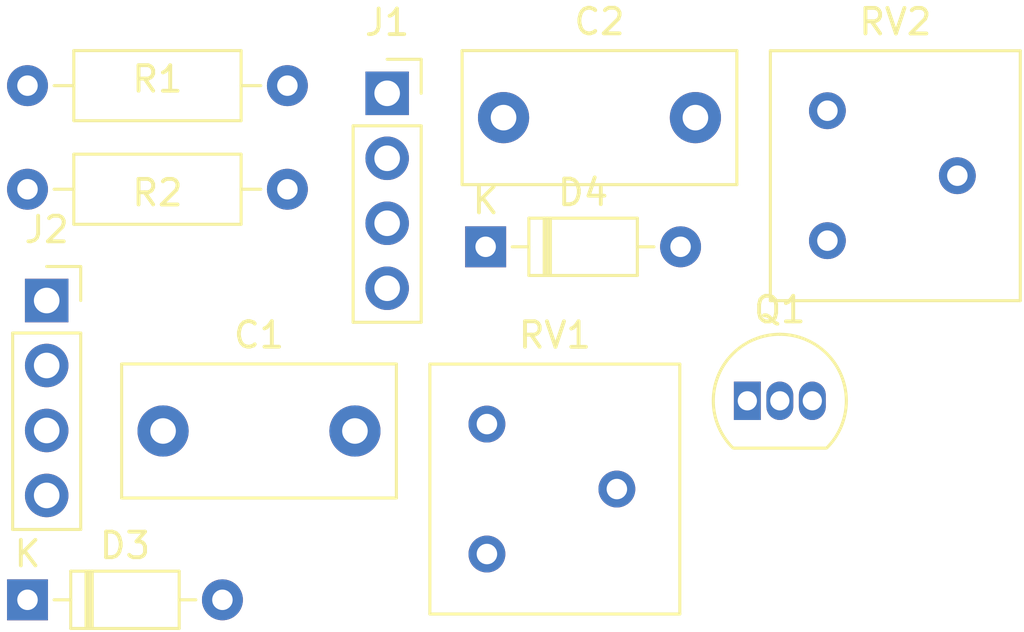
<source format=kicad_pcb>
(kicad_pcb (version 20171130) (host pcbnew "(5.1.7)-1")

  (general
    (thickness 1.6)
    (drawings 0)
    (tracks 0)
    (zones 0)
    (modules 11)
    (nets 9)
  )

  (page A4)
  (layers
    (0 F.Cu signal)
    (31 B.Cu signal)
    (32 B.Adhes user)
    (33 F.Adhes user)
    (34 B.Paste user)
    (35 F.Paste user)
    (36 B.SilkS user)
    (37 F.SilkS user)
    (38 B.Mask user)
    (39 F.Mask user)
    (40 Dwgs.User user)
    (41 Cmts.User user)
    (42 Eco1.User user)
    (43 Eco2.User user)
    (44 Edge.Cuts user)
    (45 Margin user)
    (46 B.CrtYd user)
    (47 F.CrtYd user)
    (48 B.Fab user)
    (49 F.Fab user hide)
  )

  (setup
    (last_trace_width 0.25)
    (trace_clearance 0.2)
    (zone_clearance 0.508)
    (zone_45_only no)
    (trace_min 0.2)
    (via_size 0.8)
    (via_drill 0.4)
    (via_min_size 0.4)
    (via_min_drill 0.3)
    (uvia_size 0.3)
    (uvia_drill 0.1)
    (uvias_allowed no)
    (uvia_min_size 0.2)
    (uvia_min_drill 0.1)
    (edge_width 0.05)
    (segment_width 0.2)
    (pcb_text_width 0.3)
    (pcb_text_size 1.5 1.5)
    (mod_edge_width 0.12)
    (mod_text_size 1 1)
    (mod_text_width 0.15)
    (pad_size 1.524 1.524)
    (pad_drill 0.762)
    (pad_to_mask_clearance 0)
    (aux_axis_origin 0 0)
    (visible_elements FFFFFF7F)
    (pcbplotparams
      (layerselection 0x010fc_ffffffff)
      (usegerberextensions false)
      (usegerberattributes true)
      (usegerberadvancedattributes true)
      (creategerberjobfile true)
      (excludeedgelayer true)
      (linewidth 0.100000)
      (plotframeref false)
      (viasonmask false)
      (mode 1)
      (useauxorigin false)
      (hpglpennumber 1)
      (hpglpenspeed 20)
      (hpglpendiameter 15.000000)
      (psnegative false)
      (psa4output false)
      (plotreference true)
      (plotvalue true)
      (plotinvisibletext false)
      (padsonsilk false)
      (subtractmaskfromsilk false)
      (outputformat 1)
      (mirror false)
      (drillshape 1)
      (scaleselection 1)
      (outputdirectory ""))
  )

  (net 0 "")
  (net 1 "Net-(C1-Pad1)")
  (net 2 "Net-(C1-Pad2)")
  (net 3 "Net-(C2-Pad2)")
  (net 4 "Net-(C2-Pad1)")
  (net 5 GND)
  (net 6 +9V)
  (net 7 /Input)
  (net 8 /Output)

  (net_class Default "This is the default net class."
    (clearance 0.2)
    (trace_width 0.25)
    (via_dia 0.8)
    (via_drill 0.4)
    (uvia_dia 0.3)
    (uvia_drill 0.1)
    (add_net +9V)
    (add_net /Input)
    (add_net /Output)
    (add_net GND)
    (add_net "Net-(C1-Pad1)")
    (add_net "Net-(C1-Pad2)")
    (add_net "Net-(C2-Pad1)")
    (add_net "Net-(C2-Pad2)")
  )

  (module Capacitor_THT:C_Disc_D10.5mm_W5.0mm_P7.50mm (layer F.Cu) (tedit 5AE50EF0) (tstamp 60642D15)
    (at 121.945001 79.160001)
    (descr "C, Disc series, Radial, pin pitch=7.50mm, , diameter*width=10.5*5.0mm^2, Capacitor, http://www.vishay.com/docs/28535/vy2series.pdf")
    (tags "C Disc series Radial pin pitch 7.50mm  diameter 10.5mm width 5.0mm Capacitor")
    (path /5FA78B75)
    (fp_text reference C1 (at 3.75 -3.75) (layer F.SilkS)
      (effects (font (size 1 1) (thickness 0.15)))
    )
    (fp_text value 0.1uF (at 3.75 3.75) (layer F.Fab)
      (effects (font (size 1 1) (thickness 0.15)))
    )
    (fp_line (start 9.25 -2.75) (end -1.75 -2.75) (layer F.CrtYd) (width 0.05))
    (fp_line (start 9.25 2.75) (end 9.25 -2.75) (layer F.CrtYd) (width 0.05))
    (fp_line (start -1.75 2.75) (end 9.25 2.75) (layer F.CrtYd) (width 0.05))
    (fp_line (start -1.75 -2.75) (end -1.75 2.75) (layer F.CrtYd) (width 0.05))
    (fp_line (start 9.12 -2.62) (end 9.12 2.62) (layer F.SilkS) (width 0.12))
    (fp_line (start -1.62 -2.62) (end -1.62 2.62) (layer F.SilkS) (width 0.12))
    (fp_line (start -1.62 2.62) (end 9.12 2.62) (layer F.SilkS) (width 0.12))
    (fp_line (start -1.62 -2.62) (end 9.12 -2.62) (layer F.SilkS) (width 0.12))
    (fp_line (start 9 -2.5) (end -1.5 -2.5) (layer F.Fab) (width 0.1))
    (fp_line (start 9 2.5) (end 9 -2.5) (layer F.Fab) (width 0.1))
    (fp_line (start -1.5 2.5) (end 9 2.5) (layer F.Fab) (width 0.1))
    (fp_line (start -1.5 -2.5) (end -1.5 2.5) (layer F.Fab) (width 0.1))
    (fp_text user %R (at 3.75 0) (layer F.Fab)
      (effects (font (size 1 1) (thickness 0.15)))
    )
    (pad 1 thru_hole circle (at 0 0) (size 2 2) (drill 1) (layers *.Cu *.Mask)
      (net 1 "Net-(C1-Pad1)"))
    (pad 2 thru_hole circle (at 7.5 0) (size 2 2) (drill 1) (layers *.Cu *.Mask)
      (net 2 "Net-(C1-Pad2)"))
    (model ${KISYS3DMOD}/Capacitor_THT.3dshapes/C_Disc_D10.5mm_W5.0mm_P7.50mm.wrl
      (at (xyz 0 0 0))
      (scale (xyz 1 1 1))
      (rotate (xyz 0 0 0))
    )
  )

  (module Capacitor_THT:C_Disc_D10.5mm_W5.0mm_P7.50mm (layer F.Cu) (tedit 5AE50EF0) (tstamp 60642D28)
    (at 135.255001 66.910001)
    (descr "C, Disc series, Radial, pin pitch=7.50mm, , diameter*width=10.5*5.0mm^2, Capacitor, http://www.vishay.com/docs/28535/vy2series.pdf")
    (tags "C Disc series Radial pin pitch 7.50mm  diameter 10.5mm width 5.0mm Capacitor")
    (path /5FA8902A)
    (fp_text reference C2 (at 3.75 -3.75) (layer F.SilkS)
      (effects (font (size 1 1) (thickness 0.15)))
    )
    (fp_text value 0.1uF (at 3.75 3.75) (layer F.Fab)
      (effects (font (size 1 1) (thickness 0.15)))
    )
    (fp_text user %R (at 3.75 0) (layer F.Fab)
      (effects (font (size 1 1) (thickness 0.15)))
    )
    (fp_line (start -1.5 -2.5) (end -1.5 2.5) (layer F.Fab) (width 0.1))
    (fp_line (start -1.5 2.5) (end 9 2.5) (layer F.Fab) (width 0.1))
    (fp_line (start 9 2.5) (end 9 -2.5) (layer F.Fab) (width 0.1))
    (fp_line (start 9 -2.5) (end -1.5 -2.5) (layer F.Fab) (width 0.1))
    (fp_line (start -1.62 -2.62) (end 9.12 -2.62) (layer F.SilkS) (width 0.12))
    (fp_line (start -1.62 2.62) (end 9.12 2.62) (layer F.SilkS) (width 0.12))
    (fp_line (start -1.62 -2.62) (end -1.62 2.62) (layer F.SilkS) (width 0.12))
    (fp_line (start 9.12 -2.62) (end 9.12 2.62) (layer F.SilkS) (width 0.12))
    (fp_line (start -1.75 -2.75) (end -1.75 2.75) (layer F.CrtYd) (width 0.05))
    (fp_line (start -1.75 2.75) (end 9.25 2.75) (layer F.CrtYd) (width 0.05))
    (fp_line (start 9.25 2.75) (end 9.25 -2.75) (layer F.CrtYd) (width 0.05))
    (fp_line (start 9.25 -2.75) (end -1.75 -2.75) (layer F.CrtYd) (width 0.05))
    (pad 2 thru_hole circle (at 7.5 0) (size 2 2) (drill 1) (layers *.Cu *.Mask)
      (net 3 "Net-(C2-Pad2)"))
    (pad 1 thru_hole circle (at 0 0) (size 2 2) (drill 1) (layers *.Cu *.Mask)
      (net 4 "Net-(C2-Pad1)"))
    (model ${KISYS3DMOD}/Capacitor_THT.3dshapes/C_Disc_D10.5mm_W5.0mm_P7.50mm.wrl
      (at (xyz 0 0 0))
      (scale (xyz 1 1 1))
      (rotate (xyz 0 0 0))
    )
  )

  (module Diode_THT:D_DO-35_SOD27_P7.62mm_Horizontal (layer F.Cu) (tedit 5AE50CD5) (tstamp 60642D47)
    (at 116.645001 85.760001)
    (descr "Diode, DO-35_SOD27 series, Axial, Horizontal, pin pitch=7.62mm, , length*diameter=4*2mm^2, , http://www.diodes.com/_files/packages/DO-35.pdf")
    (tags "Diode DO-35_SOD27 series Axial Horizontal pin pitch 7.62mm  length 4mm diameter 2mm")
    (path /5FD8F897)
    (fp_text reference D3 (at 3.81 -2.12) (layer F.SilkS)
      (effects (font (size 1 1) (thickness 0.15)))
    )
    (fp_text value 1N4148 (at 3.81 2.12) (layer F.Fab)
      (effects (font (size 1 1) (thickness 0.15)))
    )
    (fp_line (start 8.67 -1.25) (end -1.05 -1.25) (layer F.CrtYd) (width 0.05))
    (fp_line (start 8.67 1.25) (end 8.67 -1.25) (layer F.CrtYd) (width 0.05))
    (fp_line (start -1.05 1.25) (end 8.67 1.25) (layer F.CrtYd) (width 0.05))
    (fp_line (start -1.05 -1.25) (end -1.05 1.25) (layer F.CrtYd) (width 0.05))
    (fp_line (start 2.29 -1.12) (end 2.29 1.12) (layer F.SilkS) (width 0.12))
    (fp_line (start 2.53 -1.12) (end 2.53 1.12) (layer F.SilkS) (width 0.12))
    (fp_line (start 2.41 -1.12) (end 2.41 1.12) (layer F.SilkS) (width 0.12))
    (fp_line (start 6.58 0) (end 5.93 0) (layer F.SilkS) (width 0.12))
    (fp_line (start 1.04 0) (end 1.69 0) (layer F.SilkS) (width 0.12))
    (fp_line (start 5.93 -1.12) (end 1.69 -1.12) (layer F.SilkS) (width 0.12))
    (fp_line (start 5.93 1.12) (end 5.93 -1.12) (layer F.SilkS) (width 0.12))
    (fp_line (start 1.69 1.12) (end 5.93 1.12) (layer F.SilkS) (width 0.12))
    (fp_line (start 1.69 -1.12) (end 1.69 1.12) (layer F.SilkS) (width 0.12))
    (fp_line (start 2.31 -1) (end 2.31 1) (layer F.Fab) (width 0.1))
    (fp_line (start 2.51 -1) (end 2.51 1) (layer F.Fab) (width 0.1))
    (fp_line (start 2.41 -1) (end 2.41 1) (layer F.Fab) (width 0.1))
    (fp_line (start 7.62 0) (end 5.81 0) (layer F.Fab) (width 0.1))
    (fp_line (start 0 0) (end 1.81 0) (layer F.Fab) (width 0.1))
    (fp_line (start 5.81 -1) (end 1.81 -1) (layer F.Fab) (width 0.1))
    (fp_line (start 5.81 1) (end 5.81 -1) (layer F.Fab) (width 0.1))
    (fp_line (start 1.81 1) (end 5.81 1) (layer F.Fab) (width 0.1))
    (fp_line (start 1.81 -1) (end 1.81 1) (layer F.Fab) (width 0.1))
    (fp_text user %R (at 4.11 0) (layer F.Fab)
      (effects (font (size 0.8 0.8) (thickness 0.12)))
    )
    (fp_text user K (at 0 -1.8) (layer F.Fab)
      (effects (font (size 1 1) (thickness 0.15)))
    )
    (fp_text user K (at 0 -1.8) (layer F.SilkS)
      (effects (font (size 1 1) (thickness 0.15)))
    )
    (pad 1 thru_hole rect (at 0 0) (size 1.6 1.6) (drill 0.8) (layers *.Cu *.Mask)
      (net 4 "Net-(C2-Pad1)"))
    (pad 2 thru_hole oval (at 7.62 0) (size 1.6 1.6) (drill 0.8) (layers *.Cu *.Mask)
      (net 5 GND))
    (model ${KISYS3DMOD}/Diode_THT.3dshapes/D_DO-35_SOD27_P7.62mm_Horizontal.wrl
      (at (xyz 0 0 0))
      (scale (xyz 1 1 1))
      (rotate (xyz 0 0 0))
    )
  )

  (module Diode_THT:D_DO-35_SOD27_P7.62mm_Horizontal (layer F.Cu) (tedit 5AE50CD5) (tstamp 60642D66)
    (at 134.555001 71.960001)
    (descr "Diode, DO-35_SOD27 series, Axial, Horizontal, pin pitch=7.62mm, , length*diameter=4*2mm^2, , http://www.diodes.com/_files/packages/DO-35.pdf")
    (tags "Diode DO-35_SOD27 series Axial Horizontal pin pitch 7.62mm  length 4mm diameter 2mm")
    (path /5FD91CD5)
    (fp_text reference D4 (at 3.81 -2.12) (layer F.SilkS)
      (effects (font (size 1 1) (thickness 0.15)))
    )
    (fp_text value 1N4148 (at 3.81 2.12) (layer F.Fab)
      (effects (font (size 1 1) (thickness 0.15)))
    )
    (fp_text user K (at 0 -1.8) (layer F.SilkS)
      (effects (font (size 1 1) (thickness 0.15)))
    )
    (fp_text user K (at 0 -1.8) (layer F.Fab)
      (effects (font (size 1 1) (thickness 0.15)))
    )
    (fp_text user %R (at 4.11 0) (layer F.Fab)
      (effects (font (size 0.8 0.8) (thickness 0.12)))
    )
    (fp_line (start 1.81 -1) (end 1.81 1) (layer F.Fab) (width 0.1))
    (fp_line (start 1.81 1) (end 5.81 1) (layer F.Fab) (width 0.1))
    (fp_line (start 5.81 1) (end 5.81 -1) (layer F.Fab) (width 0.1))
    (fp_line (start 5.81 -1) (end 1.81 -1) (layer F.Fab) (width 0.1))
    (fp_line (start 0 0) (end 1.81 0) (layer F.Fab) (width 0.1))
    (fp_line (start 7.62 0) (end 5.81 0) (layer F.Fab) (width 0.1))
    (fp_line (start 2.41 -1) (end 2.41 1) (layer F.Fab) (width 0.1))
    (fp_line (start 2.51 -1) (end 2.51 1) (layer F.Fab) (width 0.1))
    (fp_line (start 2.31 -1) (end 2.31 1) (layer F.Fab) (width 0.1))
    (fp_line (start 1.69 -1.12) (end 1.69 1.12) (layer F.SilkS) (width 0.12))
    (fp_line (start 1.69 1.12) (end 5.93 1.12) (layer F.SilkS) (width 0.12))
    (fp_line (start 5.93 1.12) (end 5.93 -1.12) (layer F.SilkS) (width 0.12))
    (fp_line (start 5.93 -1.12) (end 1.69 -1.12) (layer F.SilkS) (width 0.12))
    (fp_line (start 1.04 0) (end 1.69 0) (layer F.SilkS) (width 0.12))
    (fp_line (start 6.58 0) (end 5.93 0) (layer F.SilkS) (width 0.12))
    (fp_line (start 2.41 -1.12) (end 2.41 1.12) (layer F.SilkS) (width 0.12))
    (fp_line (start 2.53 -1.12) (end 2.53 1.12) (layer F.SilkS) (width 0.12))
    (fp_line (start 2.29 -1.12) (end 2.29 1.12) (layer F.SilkS) (width 0.12))
    (fp_line (start -1.05 -1.25) (end -1.05 1.25) (layer F.CrtYd) (width 0.05))
    (fp_line (start -1.05 1.25) (end 8.67 1.25) (layer F.CrtYd) (width 0.05))
    (fp_line (start 8.67 1.25) (end 8.67 -1.25) (layer F.CrtYd) (width 0.05))
    (fp_line (start 8.67 -1.25) (end -1.05 -1.25) (layer F.CrtYd) (width 0.05))
    (pad 2 thru_hole oval (at 7.62 0) (size 1.6 1.6) (drill 0.8) (layers *.Cu *.Mask)
      (net 4 "Net-(C2-Pad1)"))
    (pad 1 thru_hole rect (at 0 0) (size 1.6 1.6) (drill 0.8) (layers *.Cu *.Mask)
      (net 5 GND))
    (model ${KISYS3DMOD}/Diode_THT.3dshapes/D_DO-35_SOD27_P7.62mm_Horizontal.wrl
      (at (xyz 0 0 0))
      (scale (xyz 1 1 1))
      (rotate (xyz 0 0 0))
    )
  )

  (module Connector_PinSocket_2.54mm:PinSocket_1x04_P2.54mm_Vertical (layer F.Cu) (tedit 5A19A429) (tstamp 60642D7E)
    (at 130.705001 65.960001)
    (descr "Through hole straight socket strip, 1x04, 2.54mm pitch, single row (from Kicad 4.0.7), script generated")
    (tags "Through hole socket strip THT 1x04 2.54mm single row")
    (path /6069B234)
    (fp_text reference J1 (at 0 -2.77) (layer F.SilkS)
      (effects (font (size 1 1) (thickness 0.15)))
    )
    (fp_text value ConnLeft (at 0 10.39) (layer F.Fab)
      (effects (font (size 1 1) (thickness 0.15)))
    )
    (fp_text user %R (at 0 3.81 90) (layer F.Fab)
      (effects (font (size 1 1) (thickness 0.15)))
    )
    (fp_line (start -1.27 -1.27) (end 0.635 -1.27) (layer F.Fab) (width 0.1))
    (fp_line (start 0.635 -1.27) (end 1.27 -0.635) (layer F.Fab) (width 0.1))
    (fp_line (start 1.27 -0.635) (end 1.27 8.89) (layer F.Fab) (width 0.1))
    (fp_line (start 1.27 8.89) (end -1.27 8.89) (layer F.Fab) (width 0.1))
    (fp_line (start -1.27 8.89) (end -1.27 -1.27) (layer F.Fab) (width 0.1))
    (fp_line (start -1.33 1.27) (end 1.33 1.27) (layer F.SilkS) (width 0.12))
    (fp_line (start -1.33 1.27) (end -1.33 8.95) (layer F.SilkS) (width 0.12))
    (fp_line (start -1.33 8.95) (end 1.33 8.95) (layer F.SilkS) (width 0.12))
    (fp_line (start 1.33 1.27) (end 1.33 8.95) (layer F.SilkS) (width 0.12))
    (fp_line (start 1.33 -1.33) (end 1.33 0) (layer F.SilkS) (width 0.12))
    (fp_line (start 0 -1.33) (end 1.33 -1.33) (layer F.SilkS) (width 0.12))
    (fp_line (start -1.8 -1.8) (end 1.75 -1.8) (layer F.CrtYd) (width 0.05))
    (fp_line (start 1.75 -1.8) (end 1.75 9.4) (layer F.CrtYd) (width 0.05))
    (fp_line (start 1.75 9.4) (end -1.8 9.4) (layer F.CrtYd) (width 0.05))
    (fp_line (start -1.8 9.4) (end -1.8 -1.8) (layer F.CrtYd) (width 0.05))
    (pad 4 thru_hole oval (at 0 7.62) (size 1.7 1.7) (drill 1) (layers *.Cu *.Mask)
      (net 6 +9V))
    (pad 3 thru_hole oval (at 0 5.08) (size 1.7 1.7) (drill 1) (layers *.Cu *.Mask)
      (net 7 /Input))
    (pad 2 thru_hole oval (at 0 2.54) (size 1.7 1.7) (drill 1) (layers *.Cu *.Mask)
      (net 8 /Output))
    (pad 1 thru_hole rect (at 0 0) (size 1.7 1.7) (drill 1) (layers *.Cu *.Mask)
      (net 5 GND))
    (model ${KISYS3DMOD}/Connector_PinSocket_2.54mm.3dshapes/PinSocket_1x04_P2.54mm_Vertical.wrl
      (at (xyz 0 0 0))
      (scale (xyz 1 1 1))
      (rotate (xyz 0 0 0))
    )
  )

  (module Connector_PinSocket_2.54mm:PinSocket_1x04_P2.54mm_Vertical (layer F.Cu) (tedit 5A19A429) (tstamp 60642D96)
    (at 117.395001 74.060001)
    (descr "Through hole straight socket strip, 1x04, 2.54mm pitch, single row (from Kicad 4.0.7), script generated")
    (tags "Through hole socket strip THT 1x04 2.54mm single row")
    (path /6069BF1A)
    (fp_text reference J2 (at 0 -2.77) (layer F.SilkS)
      (effects (font (size 1 1) (thickness 0.15)))
    )
    (fp_text value ConnRight (at 0 10.39) (layer F.Fab)
      (effects (font (size 1 1) (thickness 0.15)))
    )
    (fp_line (start -1.8 9.4) (end -1.8 -1.8) (layer F.CrtYd) (width 0.05))
    (fp_line (start 1.75 9.4) (end -1.8 9.4) (layer F.CrtYd) (width 0.05))
    (fp_line (start 1.75 -1.8) (end 1.75 9.4) (layer F.CrtYd) (width 0.05))
    (fp_line (start -1.8 -1.8) (end 1.75 -1.8) (layer F.CrtYd) (width 0.05))
    (fp_line (start 0 -1.33) (end 1.33 -1.33) (layer F.SilkS) (width 0.12))
    (fp_line (start 1.33 -1.33) (end 1.33 0) (layer F.SilkS) (width 0.12))
    (fp_line (start 1.33 1.27) (end 1.33 8.95) (layer F.SilkS) (width 0.12))
    (fp_line (start -1.33 8.95) (end 1.33 8.95) (layer F.SilkS) (width 0.12))
    (fp_line (start -1.33 1.27) (end -1.33 8.95) (layer F.SilkS) (width 0.12))
    (fp_line (start -1.33 1.27) (end 1.33 1.27) (layer F.SilkS) (width 0.12))
    (fp_line (start -1.27 8.89) (end -1.27 -1.27) (layer F.Fab) (width 0.1))
    (fp_line (start 1.27 8.89) (end -1.27 8.89) (layer F.Fab) (width 0.1))
    (fp_line (start 1.27 -0.635) (end 1.27 8.89) (layer F.Fab) (width 0.1))
    (fp_line (start 0.635 -1.27) (end 1.27 -0.635) (layer F.Fab) (width 0.1))
    (fp_line (start -1.27 -1.27) (end 0.635 -1.27) (layer F.Fab) (width 0.1))
    (fp_text user %R (at 0 3.81 90) (layer F.Fab)
      (effects (font (size 1 1) (thickness 0.15)))
    )
    (pad 1 thru_hole rect (at 0 0) (size 1.7 1.7) (drill 1) (layers *.Cu *.Mask)
      (net 5 GND))
    (pad 2 thru_hole oval (at 0 2.54) (size 1.7 1.7) (drill 1) (layers *.Cu *.Mask)
      (net 8 /Output))
    (pad 3 thru_hole oval (at 0 5.08) (size 1.7 1.7) (drill 1) (layers *.Cu *.Mask)
      (net 7 /Input))
    (pad 4 thru_hole oval (at 0 7.62) (size 1.7 1.7) (drill 1) (layers *.Cu *.Mask)
      (net 6 +9V))
    (model ${KISYS3DMOD}/Connector_PinSocket_2.54mm.3dshapes/PinSocket_1x04_P2.54mm_Vertical.wrl
      (at (xyz 0 0 0))
      (scale (xyz 1 1 1))
      (rotate (xyz 0 0 0))
    )
  )

  (module Package_TO_SOT_THT:TO-92_Inline (layer F.Cu) (tedit 5A1DD157) (tstamp 60642DA8)
    (at 144.785001 77.980001)
    (descr "TO-92 leads in-line, narrow, oval pads, drill 0.75mm (see NXP sot054_po.pdf)")
    (tags "to-92 sc-43 sc-43a sot54 PA33 transistor")
    (path /5FA86C50)
    (fp_text reference Q1 (at 1.27 -3.56) (layer F.SilkS)
      (effects (font (size 1 1) (thickness 0.15)))
    )
    (fp_text value 2N3904 (at 1.27 2.79) (layer F.Fab)
      (effects (font (size 1 1) (thickness 0.15)))
    )
    (fp_line (start 4 2.01) (end -1.46 2.01) (layer F.CrtYd) (width 0.05))
    (fp_line (start 4 2.01) (end 4 -2.73) (layer F.CrtYd) (width 0.05))
    (fp_line (start -1.46 -2.73) (end -1.46 2.01) (layer F.CrtYd) (width 0.05))
    (fp_line (start -1.46 -2.73) (end 4 -2.73) (layer F.CrtYd) (width 0.05))
    (fp_line (start -0.5 1.75) (end 3 1.75) (layer F.Fab) (width 0.1))
    (fp_line (start -0.53 1.85) (end 3.07 1.85) (layer F.SilkS) (width 0.12))
    (fp_text user %R (at 1.27 0) (layer F.Fab)
      (effects (font (size 1 1) (thickness 0.15)))
    )
    (fp_arc (start 1.27 0) (end 1.27 -2.48) (angle 135) (layer F.Fab) (width 0.1))
    (fp_arc (start 1.27 0) (end 1.27 -2.6) (angle -135) (layer F.SilkS) (width 0.12))
    (fp_arc (start 1.27 0) (end 1.27 -2.48) (angle -135) (layer F.Fab) (width 0.1))
    (fp_arc (start 1.27 0) (end 1.27 -2.6) (angle 135) (layer F.SilkS) (width 0.12))
    (pad 2 thru_hole oval (at 1.27 0) (size 1.05 1.5) (drill 0.75) (layers *.Cu *.Mask)
      (net 1 "Net-(C1-Pad1)"))
    (pad 3 thru_hole oval (at 2.54 0) (size 1.05 1.5) (drill 0.75) (layers *.Cu *.Mask)
      (net 3 "Net-(C2-Pad2)"))
    (pad 1 thru_hole rect (at 0 0) (size 1.05 1.5) (drill 0.75) (layers *.Cu *.Mask)
      (net 5 GND))
    (model ${KISYS3DMOD}/Package_TO_SOT_THT.3dshapes/TO-92_Inline.wrl
      (at (xyz 0 0 0))
      (scale (xyz 1 1 1))
      (rotate (xyz 0 0 0))
    )
  )

  (module Resistor_THT:R_Axial_DIN0207_L6.3mm_D2.5mm_P10.16mm_Horizontal (layer F.Cu) (tedit 5AE5139B) (tstamp 60642DBF)
    (at 116.645001 65.660001)
    (descr "Resistor, Axial_DIN0207 series, Axial, Horizontal, pin pitch=10.16mm, 0.25W = 1/4W, length*diameter=6.3*2.5mm^2, http://cdn-reichelt.de/documents/datenblatt/B400/1_4W%23YAG.pdf")
    (tags "Resistor Axial_DIN0207 series Axial Horizontal pin pitch 10.16mm 0.25W = 1/4W length 6.3mm diameter 2.5mm")
    (path /5FA87CBD)
    (fp_text reference R1 (at 5.08 -0.255001) (layer F.SilkS)
      (effects (font (size 1 1) (thickness 0.15)))
    )
    (fp_text value 2M (at 5.08 2.37) (layer F.Fab)
      (effects (font (size 1 1) (thickness 0.15)))
    )
    (fp_line (start 11.21 -1.5) (end -1.05 -1.5) (layer F.CrtYd) (width 0.05))
    (fp_line (start 11.21 1.5) (end 11.21 -1.5) (layer F.CrtYd) (width 0.05))
    (fp_line (start -1.05 1.5) (end 11.21 1.5) (layer F.CrtYd) (width 0.05))
    (fp_line (start -1.05 -1.5) (end -1.05 1.5) (layer F.CrtYd) (width 0.05))
    (fp_line (start 9.12 0) (end 8.35 0) (layer F.SilkS) (width 0.12))
    (fp_line (start 1.04 0) (end 1.81 0) (layer F.SilkS) (width 0.12))
    (fp_line (start 8.35 -1.37) (end 1.81 -1.37) (layer F.SilkS) (width 0.12))
    (fp_line (start 8.35 1.37) (end 8.35 -1.37) (layer F.SilkS) (width 0.12))
    (fp_line (start 1.81 1.37) (end 8.35 1.37) (layer F.SilkS) (width 0.12))
    (fp_line (start 1.81 -1.37) (end 1.81 1.37) (layer F.SilkS) (width 0.12))
    (fp_line (start 10.16 0) (end 8.23 0) (layer F.Fab) (width 0.1))
    (fp_line (start 0 0) (end 1.93 0) (layer F.Fab) (width 0.1))
    (fp_line (start 8.23 -1.25) (end 1.93 -1.25) (layer F.Fab) (width 0.1))
    (fp_line (start 8.23 1.25) (end 8.23 -1.25) (layer F.Fab) (width 0.1))
    (fp_line (start 1.93 1.25) (end 8.23 1.25) (layer F.Fab) (width 0.1))
    (fp_line (start 1.93 -1.25) (end 1.93 1.25) (layer F.Fab) (width 0.1))
    (fp_text user %R (at 5.08 0) (layer F.Fab)
      (effects (font (size 1 1) (thickness 0.15)))
    )
    (pad 1 thru_hole circle (at 0 0) (size 1.6 1.6) (drill 0.8) (layers *.Cu *.Mask)
      (net 1 "Net-(C1-Pad1)"))
    (pad 2 thru_hole oval (at 10.16 0) (size 1.6 1.6) (drill 0.8) (layers *.Cu *.Mask)
      (net 3 "Net-(C2-Pad2)"))
    (model ${KISYS3DMOD}/Resistor_THT.3dshapes/R_Axial_DIN0207_L6.3mm_D2.5mm_P10.16mm_Horizontal.wrl
      (at (xyz 0 0 0))
      (scale (xyz 1 1 1))
      (rotate (xyz 0 0 0))
    )
  )

  (module Resistor_THT:R_Axial_DIN0207_L6.3mm_D2.5mm_P10.16mm_Horizontal (layer F.Cu) (tedit 5AE5139B) (tstamp 60642DD6)
    (at 116.645001 69.710001)
    (descr "Resistor, Axial_DIN0207 series, Axial, Horizontal, pin pitch=10.16mm, 0.25W = 1/4W, length*diameter=6.3*2.5mm^2, http://cdn-reichelt.de/documents/datenblatt/B400/1_4W%23YAG.pdf")
    (tags "Resistor Axial_DIN0207 series Axial Horizontal pin pitch 10.16mm 0.25W = 1/4W length 6.3mm diameter 2.5mm")
    (path /5FA88631)
    (fp_text reference R2 (at 5.08 0.139999) (layer F.SilkS)
      (effects (font (size 1 1) (thickness 0.15)))
    )
    (fp_text value 4.7K (at 5.08 2.37) (layer F.Fab)
      (effects (font (size 1 1) (thickness 0.15)))
    )
    (fp_text user %R (at 5.08 0) (layer F.Fab)
      (effects (font (size 1 1) (thickness 0.15)))
    )
    (fp_line (start 1.93 -1.25) (end 1.93 1.25) (layer F.Fab) (width 0.1))
    (fp_line (start 1.93 1.25) (end 8.23 1.25) (layer F.Fab) (width 0.1))
    (fp_line (start 8.23 1.25) (end 8.23 -1.25) (layer F.Fab) (width 0.1))
    (fp_line (start 8.23 -1.25) (end 1.93 -1.25) (layer F.Fab) (width 0.1))
    (fp_line (start 0 0) (end 1.93 0) (layer F.Fab) (width 0.1))
    (fp_line (start 10.16 0) (end 8.23 0) (layer F.Fab) (width 0.1))
    (fp_line (start 1.81 -1.37) (end 1.81 1.37) (layer F.SilkS) (width 0.12))
    (fp_line (start 1.81 1.37) (end 8.35 1.37) (layer F.SilkS) (width 0.12))
    (fp_line (start 8.35 1.37) (end 8.35 -1.37) (layer F.SilkS) (width 0.12))
    (fp_line (start 8.35 -1.37) (end 1.81 -1.37) (layer F.SilkS) (width 0.12))
    (fp_line (start 1.04 0) (end 1.81 0) (layer F.SilkS) (width 0.12))
    (fp_line (start 9.12 0) (end 8.35 0) (layer F.SilkS) (width 0.12))
    (fp_line (start -1.05 -1.5) (end -1.05 1.5) (layer F.CrtYd) (width 0.05))
    (fp_line (start -1.05 1.5) (end 11.21 1.5) (layer F.CrtYd) (width 0.05))
    (fp_line (start 11.21 1.5) (end 11.21 -1.5) (layer F.CrtYd) (width 0.05))
    (fp_line (start 11.21 -1.5) (end -1.05 -1.5) (layer F.CrtYd) (width 0.05))
    (pad 2 thru_hole oval (at 10.16 0) (size 1.6 1.6) (drill 0.8) (layers *.Cu *.Mask)
      (net 3 "Net-(C2-Pad2)"))
    (pad 1 thru_hole circle (at 0 0) (size 1.6 1.6) (drill 0.8) (layers *.Cu *.Mask)
      (net 6 +9V))
    (model ${KISYS3DMOD}/Resistor_THT.3dshapes/R_Axial_DIN0207_L6.3mm_D2.5mm_P10.16mm_Horizontal.wrl
      (at (xyz 0 0 0))
      (scale (xyz 1 1 1))
      (rotate (xyz 0 0 0))
    )
  )

  (module Potentiometer_THT:Potentiometer_Bourns_3386F_Vertical (layer F.Cu) (tedit 5AA07388) (tstamp 60642DED)
    (at 134.605001 83.970001)
    (descr "Potentiometer, vertical, Bourns 3386F, https://www.bourns.com/pdfs/3386.pdf")
    (tags "Potentiometer vertical Bourns 3386F")
    (path /5FA79A47)
    (fp_text reference RV1 (at 2.655 -8.555) (layer F.SilkS)
      (effects (font (size 1 1) (thickness 0.15)))
    )
    (fp_text value "250K Distortion" (at 2.655 3.475) (layer F.Fab)
      (effects (font (size 1 1) (thickness 0.15)))
    )
    (fp_text user %R (at -1.11 -2.54 90) (layer F.Fab)
      (effects (font (size 1 1) (thickness 0.15)))
    )
    (fp_circle (center 1.781 -2.54) (end 3.356 -2.54) (layer F.Fab) (width 0.1))
    (fp_line (start -2.11 -7.305) (end -2.11 2.225) (layer F.Fab) (width 0.1))
    (fp_line (start -2.11 2.225) (end 7.42 2.225) (layer F.Fab) (width 0.1))
    (fp_line (start 7.42 2.225) (end 7.42 -7.305) (layer F.Fab) (width 0.1))
    (fp_line (start 7.42 -7.305) (end -2.11 -7.305) (layer F.Fab) (width 0.1))
    (fp_line (start 1.781 -0.98) (end 1.781 -4.099) (layer F.Fab) (width 0.1))
    (fp_line (start 1.781 -0.98) (end 1.781 -4.099) (layer F.Fab) (width 0.1))
    (fp_line (start -2.23 -7.425) (end 7.54 -7.425) (layer F.SilkS) (width 0.12))
    (fp_line (start -2.23 2.345) (end 7.54 2.345) (layer F.SilkS) (width 0.12))
    (fp_line (start -2.23 -7.425) (end -2.23 2.345) (layer F.SilkS) (width 0.12))
    (fp_line (start 7.54 -7.425) (end 7.54 2.345) (layer F.SilkS) (width 0.12))
    (fp_line (start -2.36 -7.56) (end -2.36 2.48) (layer F.CrtYd) (width 0.05))
    (fp_line (start -2.36 2.48) (end 7.67 2.48) (layer F.CrtYd) (width 0.05))
    (fp_line (start 7.67 2.48) (end 7.67 -7.56) (layer F.CrtYd) (width 0.05))
    (fp_line (start 7.67 -7.56) (end -2.36 -7.56) (layer F.CrtYd) (width 0.05))
    (pad 1 thru_hole circle (at 0 0) (size 1.44 1.44) (drill 0.8) (layers *.Cu *.Mask)
      (net 2 "Net-(C1-Pad2)"))
    (pad 2 thru_hole circle (at 5.08 -2.54) (size 1.44 1.44) (drill 0.8) (layers *.Cu *.Mask)
      (net 7 /Input))
    (pad 3 thru_hole circle (at 0 -5.08) (size 1.44 1.44) (drill 0.8) (layers *.Cu *.Mask)
      (net 7 /Input))
    (model ${KISYS3DMOD}/Potentiometer_THT.3dshapes/Potentiometer_Bourns_3386F_Vertical.wrl
      (at (xyz 0 0 0))
      (scale (xyz 1 1 1))
      (rotate (xyz 0 0 0))
    )
  )

  (module Potentiometer_THT:Potentiometer_Bourns_3386F_Vertical (layer F.Cu) (tedit 5AA07388) (tstamp 60642E04)
    (at 147.915001 71.720001)
    (descr "Potentiometer, vertical, Bourns 3386F, https://www.bourns.com/pdfs/3386.pdf")
    (tags "Potentiometer vertical Bourns 3386F")
    (path /5FA8CF3E)
    (fp_text reference RV2 (at 2.655 -8.555) (layer F.SilkS)
      (effects (font (size 1 1) (thickness 0.15)))
    )
    (fp_text value "250K Volume" (at 2.655 3.475) (layer F.Fab)
      (effects (font (size 1 1) (thickness 0.15)))
    )
    (fp_line (start 7.67 -7.56) (end -2.36 -7.56) (layer F.CrtYd) (width 0.05))
    (fp_line (start 7.67 2.48) (end 7.67 -7.56) (layer F.CrtYd) (width 0.05))
    (fp_line (start -2.36 2.48) (end 7.67 2.48) (layer F.CrtYd) (width 0.05))
    (fp_line (start -2.36 -7.56) (end -2.36 2.48) (layer F.CrtYd) (width 0.05))
    (fp_line (start 7.54 -7.425) (end 7.54 2.345) (layer F.SilkS) (width 0.12))
    (fp_line (start -2.23 -7.425) (end -2.23 2.345) (layer F.SilkS) (width 0.12))
    (fp_line (start -2.23 2.345) (end 7.54 2.345) (layer F.SilkS) (width 0.12))
    (fp_line (start -2.23 -7.425) (end 7.54 -7.425) (layer F.SilkS) (width 0.12))
    (fp_line (start 1.781 -0.98) (end 1.781 -4.099) (layer F.Fab) (width 0.1))
    (fp_line (start 1.781 -0.98) (end 1.781 -4.099) (layer F.Fab) (width 0.1))
    (fp_line (start 7.42 -7.305) (end -2.11 -7.305) (layer F.Fab) (width 0.1))
    (fp_line (start 7.42 2.225) (end 7.42 -7.305) (layer F.Fab) (width 0.1))
    (fp_line (start -2.11 2.225) (end 7.42 2.225) (layer F.Fab) (width 0.1))
    (fp_line (start -2.11 -7.305) (end -2.11 2.225) (layer F.Fab) (width 0.1))
    (fp_circle (center 1.781 -2.54) (end 3.356 -2.54) (layer F.Fab) (width 0.1))
    (fp_text user %R (at -1.11 -2.54 90) (layer F.Fab)
      (effects (font (size 1 1) (thickness 0.15)))
    )
    (pad 3 thru_hole circle (at 0 -5.08) (size 1.44 1.44) (drill 0.8) (layers *.Cu *.Mask)
      (net 5 GND))
    (pad 2 thru_hole circle (at 5.08 -2.54) (size 1.44 1.44) (drill 0.8) (layers *.Cu *.Mask)
      (net 8 /Output))
    (pad 1 thru_hole circle (at 0 0) (size 1.44 1.44) (drill 0.8) (layers *.Cu *.Mask)
      (net 4 "Net-(C2-Pad1)"))
    (model ${KISYS3DMOD}/Potentiometer_THT.3dshapes/Potentiometer_Bourns_3386F_Vertical.wrl
      (at (xyz 0 0 0))
      (scale (xyz 1 1 1))
      (rotate (xyz 0 0 0))
    )
  )

)

</source>
